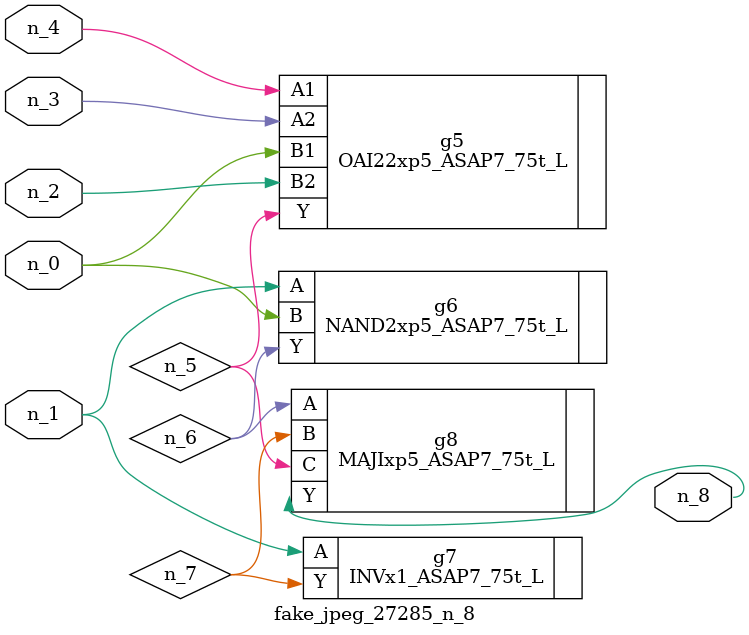
<source format=v>
module fake_jpeg_27285_n_8 (n_3, n_2, n_1, n_0, n_4, n_8);

input n_3;
input n_2;
input n_1;
input n_0;
input n_4;

output n_8;

wire n_6;
wire n_5;
wire n_7;

OAI22xp5_ASAP7_75t_L g5 ( 
.A1(n_4),
.A2(n_3),
.B1(n_0),
.B2(n_2),
.Y(n_5)
);

NAND2xp5_ASAP7_75t_L g6 ( 
.A(n_1),
.B(n_0),
.Y(n_6)
);

INVx1_ASAP7_75t_L g7 ( 
.A(n_1),
.Y(n_7)
);

MAJIxp5_ASAP7_75t_L g8 ( 
.A(n_6),
.B(n_7),
.C(n_5),
.Y(n_8)
);


endmodule
</source>
